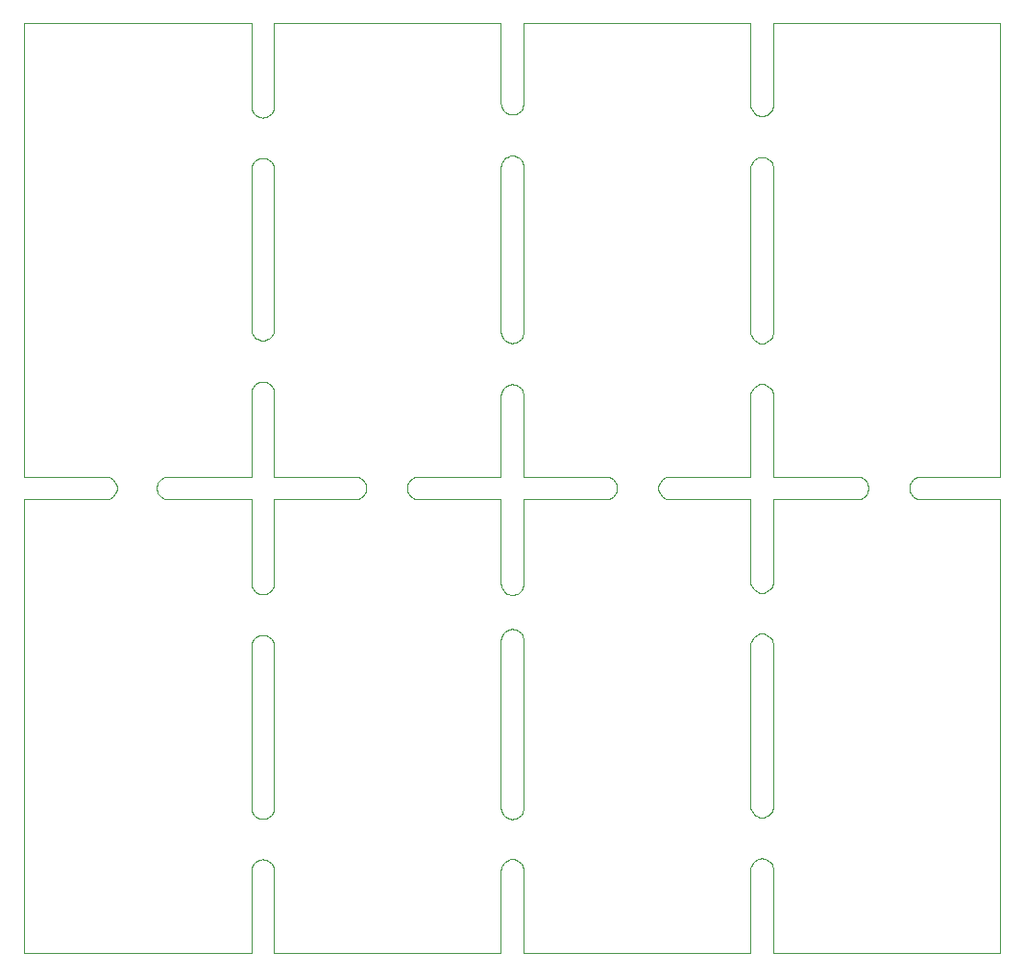
<source format=gko>
%MOIN*%
%OFA0B0*%
%FSLAX44Y44*%
%IPPOS*%
%LPD*%
%ADD10C,0*%
D10*
X00025984Y00015748D02*
X00025984Y00015748D01*
X00025984Y00012914D01*
X00025984Y00012896D01*
X00025979Y00012835D01*
X00025964Y00012775D01*
X00025941Y00012717D01*
X00025909Y00012665D01*
X00025868Y00012618D01*
X00025821Y00012578D01*
X00025769Y00012545D01*
X00025712Y00012522D01*
X00025652Y00012507D01*
X00025590Y00012503D01*
X00025528Y00012507D01*
X00025468Y00012522D01*
X00025411Y00012545D01*
X00025359Y00012578D01*
X00025312Y00012618D01*
X00025272Y00012665D01*
X00025239Y00012717D01*
X00025216Y00012775D01*
X00025201Y00012835D01*
X00025196Y00012896D01*
X00025196Y00015748D01*
X00022400Y00015748D01*
X00022389Y00015748D01*
X00022328Y00015752D01*
X00022268Y00015767D01*
X00022211Y00015790D01*
X00022158Y00015823D01*
X00022111Y00015863D01*
X00022071Y00015910D01*
X00022039Y00015962D01*
X00022015Y00016020D01*
X00022001Y00016080D01*
X00021996Y00016141D01*
X00022001Y00016203D01*
X00022015Y00016263D01*
X00022039Y00016320D01*
X00022071Y00016373D01*
X00022111Y00016420D01*
X00022158Y00016460D01*
X00022211Y00016492D01*
X00022268Y00016516D01*
X00022328Y00016530D01*
X00022389Y00016535D01*
X00025196Y00016535D01*
X00025196Y00019356D01*
X00025201Y00019417D01*
X00025216Y00019478D01*
X00025239Y00019535D01*
X00025272Y00019587D01*
X00025312Y00019634D01*
X00025359Y00019674D01*
X00025411Y00019707D01*
X00025468Y00019730D01*
X00025528Y00019745D01*
X00025590Y00019750D01*
X00025652Y00019745D01*
X00025712Y00019730D01*
X00025769Y00019707D01*
X00025821Y00019674D01*
X00025868Y00019634D01*
X00025909Y00019587D01*
X00025941Y00019535D01*
X00025964Y00019478D01*
X00025979Y00019417D01*
X00025984Y00019356D01*
X00025984Y00019338D01*
X00025984Y00016535D01*
X00028871Y00016535D01*
X00028893Y00016535D01*
X00028954Y00016530D01*
X00029014Y00016516D01*
X00029072Y00016492D01*
X00029124Y00016460D01*
X00029171Y00016420D01*
X00029211Y00016373D01*
X00029244Y00016320D01*
X00029267Y00016263D01*
X00029282Y00016203D01*
X00029286Y00016141D01*
X00029282Y00016080D01*
X00029267Y00016020D01*
X00029244Y00015962D01*
X00029211Y00015910D01*
X00029171Y00015863D01*
X00029124Y00015823D01*
X00029072Y00015790D01*
X00029014Y00015767D01*
X00028954Y00015752D01*
X00028893Y00015748D01*
X00025984Y00015748D01*
X00017322Y00015748D02*
X00017322Y00015748D01*
X00017322Y00012824D01*
X00017317Y00012763D01*
X00017303Y00012703D01*
X00017279Y00012646D01*
X00017247Y00012593D01*
X00017207Y00012546D01*
X00017160Y00012506D01*
X00017107Y00012474D01*
X00017050Y00012450D01*
X00016990Y00012436D01*
X00016929Y00012431D01*
X00016867Y00012436D01*
X00016807Y00012450D01*
X00016750Y00012474D01*
X00016697Y00012506D01*
X00016650Y00012546D01*
X00016610Y00012593D01*
X00016578Y00012646D01*
X00016554Y00012703D01*
X00016540Y00012763D01*
X00016535Y00012824D01*
X00016535Y00013011D01*
X00016535Y00015748D01*
X00013670Y00015748D01*
X00013608Y00015752D01*
X00013548Y00015767D01*
X00013491Y00015790D01*
X00013438Y00015823D01*
X00013391Y00015863D01*
X00013351Y00015910D01*
X00013319Y00015962D01*
X00013295Y00016020D01*
X00013281Y00016080D01*
X00013276Y00016141D01*
X00013281Y00016203D01*
X00013295Y00016263D01*
X00013319Y00016320D01*
X00013351Y00016373D01*
X00013391Y00016420D01*
X00013438Y00016460D01*
X00013491Y00016492D01*
X00013548Y00016516D01*
X00013608Y00016530D01*
X00013670Y00016535D01*
X00013691Y00016535D01*
X00016535Y00016535D01*
X00016535Y00019353D01*
X00016540Y00019415D01*
X00016554Y00019475D01*
X00016578Y00019532D01*
X00016610Y00019585D01*
X00016650Y00019632D01*
X00016697Y00019672D01*
X00016750Y00019704D01*
X00016807Y00019728D01*
X00016867Y00019742D01*
X00016929Y00019747D01*
X00016990Y00019742D01*
X00017050Y00019728D01*
X00017107Y00019704D01*
X00017160Y00019672D01*
X00017207Y00019632D01*
X00017247Y00019585D01*
X00017279Y00019532D01*
X00017303Y00019475D01*
X00017317Y00019415D01*
X00017322Y00019353D01*
X00017322Y00019340D01*
X00017322Y00016535D01*
X00020173Y00016535D01*
X00020235Y00016530D01*
X00020295Y00016516D01*
X00020352Y00016492D01*
X00020405Y00016460D01*
X00020452Y00016420D01*
X00020492Y00016373D01*
X00020524Y00016320D01*
X00020548Y00016263D01*
X00020562Y00016203D01*
X00020567Y00016141D01*
X00020562Y00016080D01*
X00020548Y00016020D01*
X00020524Y00015962D01*
X00020492Y00015910D01*
X00020452Y00015863D01*
X00020405Y00015823D01*
X00020352Y00015790D01*
X00020295Y00015767D01*
X00020235Y00015752D01*
X00020173Y00015748D01*
X00020162Y00015748D01*
X00017322Y00015748D01*
X00007874Y00021661D02*
X00007874Y00021661D01*
X00007874Y00027216D01*
X00007878Y00027277D01*
X00007893Y00027337D01*
X00007916Y00027394D01*
X00007949Y00027447D01*
X00007989Y00027494D01*
X00008036Y00027534D01*
X00008088Y00027566D01*
X00008146Y00027590D01*
X00008206Y00027604D01*
X00008267Y00027609D01*
X00008329Y00027604D01*
X00008389Y00027590D01*
X00008446Y00027566D01*
X00008499Y00027534D01*
X00008546Y00027494D01*
X00008586Y00027447D01*
X00008618Y00027394D01*
X00008642Y00027337D01*
X00008656Y00027277D01*
X00008661Y00027216D01*
X00008661Y00027175D01*
X00008661Y00021669D01*
X00008661Y00021661D01*
X00008656Y00021599D01*
X00008642Y00021539D01*
X00008618Y00021482D01*
X00008586Y00021429D01*
X00008546Y00021382D01*
X00008499Y00021342D01*
X00008446Y00021310D01*
X00008389Y00021286D01*
X00008329Y00021272D01*
X00008267Y00021267D01*
X00008206Y00021272D01*
X00008146Y00021286D01*
X00008088Y00021310D01*
X00008036Y00021342D01*
X00007989Y00021382D01*
X00007949Y00021429D01*
X00007916Y00021482D01*
X00007893Y00021539D01*
X00007878Y00021599D01*
X00007874Y00021661D01*
X00007874Y00012871D02*
X00007874Y00012871D01*
X00007874Y00015748D01*
X00004983Y00015748D01*
X00004921Y00015752D01*
X00004861Y00015767D01*
X00004804Y00015790D01*
X00004752Y00015823D01*
X00004705Y00015863D01*
X00004664Y00015910D01*
X00004632Y00015962D01*
X00004609Y00016020D01*
X00004594Y00016080D01*
X00004589Y00016141D01*
X00004594Y00016203D01*
X00004609Y00016263D01*
X00004632Y00016320D01*
X00004664Y00016373D01*
X00004705Y00016420D01*
X00004752Y00016460D01*
X00004804Y00016492D01*
X00004861Y00016516D01*
X00004921Y00016530D01*
X00004983Y00016535D01*
X00005037Y00016535D01*
X00007874Y00016535D01*
X00007874Y00019442D01*
X00007878Y00019504D01*
X00007893Y00019564D01*
X00007916Y00019621D01*
X00007949Y00019673D01*
X00007989Y00019720D01*
X00008036Y00019761D01*
X00008088Y00019793D01*
X00008146Y00019816D01*
X00008206Y00019831D01*
X00008267Y00019836D01*
X00008329Y00019831D01*
X00008389Y00019816D01*
X00008446Y00019793D01*
X00008499Y00019761D01*
X00008546Y00019720D01*
X00008586Y00019673D01*
X00008618Y00019621D01*
X00008642Y00019564D01*
X00008656Y00019504D01*
X00008661Y00019442D01*
X00008661Y00019434D01*
X00008661Y00016535D01*
X00011444Y00016535D01*
X00011465Y00016535D01*
X00011527Y00016530D01*
X00011587Y00016516D01*
X00011644Y00016492D01*
X00011697Y00016460D01*
X00011744Y00016420D01*
X00011784Y00016373D01*
X00011816Y00016320D01*
X00011840Y00016263D01*
X00011854Y00016203D01*
X00011859Y00016141D01*
X00011854Y00016080D01*
X00011840Y00016020D01*
X00011816Y00015962D01*
X00011784Y00015910D01*
X00011744Y00015863D01*
X00011697Y00015823D01*
X00011644Y00015790D01*
X00011587Y00015767D01*
X00011527Y00015752D01*
X00011465Y00015748D01*
X00008661Y00015748D01*
X00008661Y00012847D01*
X00008656Y00012786D01*
X00008642Y00012726D01*
X00008618Y00012669D01*
X00008586Y00012616D01*
X00008546Y00012569D01*
X00008499Y00012529D01*
X00008446Y00012497D01*
X00008389Y00012473D01*
X00008329Y00012458D01*
X00008267Y00012454D01*
X00008206Y00012458D01*
X00008146Y00012473D01*
X00008088Y00012497D01*
X00008036Y00012529D01*
X00007989Y00012569D01*
X00007949Y00012616D01*
X00007916Y00012669D01*
X00007893Y00012726D01*
X00007878Y00012786D01*
X00007874Y00012847D01*
X00007874Y00012871D01*
X00000000Y00015748D02*
X00000000Y00015748D01*
X00000000Y00000000D01*
X00007874Y00000000D01*
X00007874Y00002853D01*
X00007878Y00002915D01*
X00007893Y00002975D01*
X00007916Y00003032D01*
X00007949Y00003085D01*
X00007989Y00003132D01*
X00008036Y00003172D01*
X00008088Y00003204D01*
X00008146Y00003228D01*
X00008206Y00003242D01*
X00008267Y00003247D01*
X00008329Y00003242D01*
X00008389Y00003228D01*
X00008446Y00003204D01*
X00008499Y00003172D01*
X00008546Y00003132D01*
X00008586Y00003085D01*
X00008618Y00003032D01*
X00008642Y00002975D01*
X00008656Y00002915D01*
X00008661Y00002853D01*
X00008661Y00002813D01*
X00008661Y00000000D01*
X00016535Y00000000D01*
X00016535Y00002856D01*
X00016540Y00002918D01*
X00016554Y00002978D01*
X00016578Y00003035D01*
X00016610Y00003088D01*
X00016650Y00003135D01*
X00016697Y00003175D01*
X00016750Y00003207D01*
X00016807Y00003231D01*
X00016867Y00003245D01*
X00016929Y00003250D01*
X00016990Y00003245D01*
X00017050Y00003231D01*
X00017107Y00003207D01*
X00017160Y00003175D01*
X00017207Y00003135D01*
X00017247Y00003088D01*
X00017279Y00003035D01*
X00017303Y00002978D01*
X00017317Y00002918D01*
X00017322Y00002856D01*
X00017322Y00002811D01*
X00017322Y00000000D01*
X00025196Y00000000D01*
X00025196Y00002886D01*
X00025201Y00002948D01*
X00025216Y00003008D01*
X00025239Y00003065D01*
X00025272Y00003118D01*
X00025312Y00003165D01*
X00025359Y00003205D01*
X00025411Y00003237D01*
X00025468Y00003261D01*
X00025528Y00003275D01*
X00025590Y00003280D01*
X00025652Y00003275D01*
X00025712Y00003261D01*
X00025769Y00003237D01*
X00025821Y00003205D01*
X00025868Y00003165D01*
X00025909Y00003118D01*
X00025941Y00003065D01*
X00025964Y00003008D01*
X00025979Y00002948D01*
X00025984Y00002886D01*
X00025984Y00002868D01*
X00025984Y00000000D01*
X00033858Y00000000D01*
X00033858Y00015748D01*
X00031097Y00015748D01*
X00031036Y00015752D01*
X00030976Y00015767D01*
X00030919Y00015790D01*
X00030866Y00015823D01*
X00030819Y00015863D01*
X00030779Y00015910D01*
X00030747Y00015962D01*
X00030723Y00016020D01*
X00030709Y00016080D01*
X00030704Y00016141D01*
X00030709Y00016203D01*
X00030723Y00016263D01*
X00030747Y00016320D01*
X00030779Y00016373D01*
X00030819Y00016420D01*
X00030866Y00016460D01*
X00030919Y00016492D01*
X00030976Y00016516D01*
X00031036Y00016530D01*
X00031097Y00016535D01*
X00031119Y00016535D01*
X00033858Y00016535D01*
X00033858Y00032283D01*
X00025984Y00032283D01*
X00025984Y00029475D01*
X00025984Y00029457D01*
X00025979Y00029395D01*
X00025964Y00029335D01*
X00025941Y00029278D01*
X00025909Y00029226D01*
X00025868Y00029179D01*
X00025821Y00029138D01*
X00025769Y00029106D01*
X00025712Y00029083D01*
X00025652Y00029068D01*
X00025590Y00029063D01*
X00025528Y00029068D01*
X00025468Y00029083D01*
X00025411Y00029106D01*
X00025359Y00029138D01*
X00025312Y00029179D01*
X00025272Y00029226D01*
X00025239Y00029278D01*
X00025216Y00029335D01*
X00025201Y00029395D01*
X00025196Y00029457D01*
X00025196Y00032283D01*
X00017322Y00032283D01*
X00017322Y00029518D01*
X00017322Y00029505D01*
X00017317Y00029444D01*
X00017303Y00029383D01*
X00017279Y00029326D01*
X00017247Y00029274D01*
X00017207Y00029227D01*
X00017160Y00029187D01*
X00017107Y00029154D01*
X00017050Y00029131D01*
X00016990Y00029116D01*
X00016929Y00029111D01*
X00016867Y00029116D01*
X00016807Y00029131D01*
X00016750Y00029154D01*
X00016697Y00029187D01*
X00016650Y00029227D01*
X00016610Y00029274D01*
X00016578Y00029326D01*
X00016554Y00029383D01*
X00016540Y00029444D01*
X00016535Y00029505D01*
X00016535Y00032283D01*
X00008661Y00032283D01*
X00008661Y00029439D01*
X00008661Y00029399D01*
X00008656Y00029337D01*
X00008642Y00029277D01*
X00008618Y00029220D01*
X00008586Y00029167D01*
X00008546Y00029120D01*
X00008499Y00029080D01*
X00008446Y00029048D01*
X00008389Y00029024D01*
X00008329Y00029010D01*
X00008267Y00029005D01*
X00008206Y00029010D01*
X00008146Y00029024D01*
X00008088Y00029048D01*
X00008036Y00029080D01*
X00007989Y00029120D01*
X00007949Y00029167D01*
X00007916Y00029220D01*
X00007893Y00029277D01*
X00007878Y00029337D01*
X00007874Y00029399D01*
X00007874Y00032283D01*
X00000000Y00032283D01*
X00000000Y00016535D01*
X00002762Y00016535D01*
X00002816Y00016535D01*
X00002877Y00016530D01*
X00002937Y00016516D01*
X00002994Y00016492D01*
X00003047Y00016460D01*
X00003094Y00016420D01*
X00003134Y00016373D01*
X00003166Y00016320D01*
X00003190Y00016263D01*
X00003205Y00016203D01*
X00003209Y00016141D01*
X00003205Y00016080D01*
X00003190Y00016020D01*
X00003166Y00015962D01*
X00003134Y00015910D01*
X00003094Y00015863D01*
X00003047Y00015823D01*
X00002994Y00015790D01*
X00002937Y00015767D01*
X00002877Y00015752D01*
X00002816Y00015748D01*
X00000000Y00015748D01*
X00017322Y00021580D02*
X00017322Y00021580D01*
X00017322Y00021567D01*
X00017317Y00021505D01*
X00017303Y00021445D01*
X00017279Y00021388D01*
X00017247Y00021336D01*
X00017207Y00021289D01*
X00017160Y00021248D01*
X00017107Y00021216D01*
X00017050Y00021192D01*
X00016990Y00021178D01*
X00016929Y00021173D01*
X00016867Y00021178D01*
X00016807Y00021192D01*
X00016750Y00021216D01*
X00016697Y00021248D01*
X00016650Y00021289D01*
X00016610Y00021336D01*
X00016578Y00021388D01*
X00016554Y00021445D01*
X00016540Y00021505D01*
X00016535Y00021567D01*
X00016535Y00027292D01*
X00016540Y00027353D01*
X00016554Y00027413D01*
X00016578Y00027470D01*
X00016610Y00027523D01*
X00016650Y00027570D01*
X00016697Y00027610D01*
X00016750Y00027642D01*
X00016807Y00027666D01*
X00016867Y00027680D01*
X00016929Y00027685D01*
X00016990Y00027680D01*
X00017050Y00027666D01*
X00017107Y00027642D01*
X00017160Y00027610D01*
X00017207Y00027570D01*
X00017247Y00027523D01*
X00017279Y00027470D01*
X00017303Y00027413D01*
X00017317Y00027353D01*
X00017322Y00027292D01*
X00017322Y00027278D01*
X00017322Y00021580D01*
X00025984Y00021582D02*
X00025984Y00021582D01*
X00025984Y00021564D01*
X00025979Y00021503D01*
X00025964Y00021443D01*
X00025941Y00021386D01*
X00025909Y00021333D01*
X00025868Y00021286D01*
X00025821Y00021246D01*
X00025769Y00021214D01*
X00025712Y00021190D01*
X00025652Y00021176D01*
X00025590Y00021171D01*
X00025528Y00021176D01*
X00025468Y00021190D01*
X00025411Y00021214D01*
X00025359Y00021246D01*
X00025312Y00021286D01*
X00025272Y00021333D01*
X00025239Y00021386D01*
X00025216Y00021443D01*
X00025201Y00021503D01*
X00025196Y00021564D01*
X00025196Y00027248D01*
X00025201Y00027310D01*
X00025216Y00027370D01*
X00025239Y00027427D01*
X00025272Y00027480D01*
X00025312Y00027527D01*
X00025359Y00027567D01*
X00025411Y00027599D01*
X00025468Y00027623D01*
X00025528Y00027637D01*
X00025590Y00027642D01*
X00025652Y00027637D01*
X00025712Y00027623D01*
X00025769Y00027599D01*
X00025821Y00027567D01*
X00025868Y00027527D01*
X00025909Y00027480D01*
X00025941Y00027427D01*
X00025964Y00027370D01*
X00025979Y00027310D01*
X00025984Y00027248D01*
X00025984Y00027231D01*
X00025984Y00021582D01*
X00025984Y00005113D02*
X00025984Y00005113D01*
X00025984Y00005095D01*
X00025979Y00005033D01*
X00025964Y00004973D01*
X00025941Y00004916D01*
X00025909Y00004863D01*
X00025868Y00004816D01*
X00025821Y00004776D01*
X00025769Y00004744D01*
X00025712Y00004720D01*
X00025652Y00004706D01*
X00025590Y00004701D01*
X00025528Y00004706D01*
X00025468Y00004720D01*
X00025411Y00004744D01*
X00025359Y00004776D01*
X00025312Y00004816D01*
X00025272Y00004863D01*
X00025239Y00004916D01*
X00025216Y00004973D01*
X00025201Y00005033D01*
X00025196Y00005095D01*
X00025196Y00010688D01*
X00025201Y00010749D01*
X00025216Y00010809D01*
X00025239Y00010866D01*
X00025272Y00010919D01*
X00025312Y00010966D01*
X00025359Y00011006D01*
X00025411Y00011038D01*
X00025468Y00011062D01*
X00025528Y00011077D01*
X00025590Y00011081D01*
X00025652Y00011077D01*
X00025712Y00011062D01*
X00025769Y00011038D01*
X00025821Y00011006D01*
X00025868Y00010966D01*
X00025909Y00010919D01*
X00025941Y00010866D01*
X00025964Y00010809D01*
X00025979Y00010749D01*
X00025984Y00010688D01*
X00025984Y00010670D01*
X00025984Y00005113D01*
X00017322Y00005079D02*
X00017322Y00005079D01*
X00017322Y00005034D01*
X00017317Y00004972D01*
X00017303Y00004912D01*
X00017279Y00004855D01*
X00017247Y00004802D01*
X00017207Y00004755D01*
X00017160Y00004715D01*
X00017107Y00004683D01*
X00017050Y00004659D01*
X00016990Y00004645D01*
X00016929Y00004640D01*
X00016867Y00004645D01*
X00016807Y00004659D01*
X00016750Y00004683D01*
X00016697Y00004715D01*
X00016650Y00004755D01*
X00016610Y00004802D01*
X00016578Y00004855D01*
X00016554Y00004912D01*
X00016540Y00004972D01*
X00016535Y00005034D01*
X00016535Y00010665D01*
X00016535Y00010851D01*
X00016540Y00010912D01*
X00016554Y00010972D01*
X00016578Y00011029D01*
X00016610Y00011082D01*
X00016650Y00011129D01*
X00016697Y00011169D01*
X00016750Y00011201D01*
X00016807Y00011225D01*
X00016867Y00011239D01*
X00016929Y00011244D01*
X00016990Y00011239D01*
X00017050Y00011225D01*
X00017107Y00011201D01*
X00017160Y00011169D01*
X00017207Y00011129D01*
X00017247Y00011082D01*
X00017279Y00011029D01*
X00017303Y00010972D01*
X00017317Y00010912D01*
X00017322Y00010851D01*
X00017322Y00005079D01*
X00008661Y00005077D02*
X00008661Y00005077D01*
X00008661Y00005037D01*
X00008656Y00004975D01*
X00008642Y00004915D01*
X00008618Y00004858D01*
X00008586Y00004805D01*
X00008546Y00004758D01*
X00008499Y00004718D01*
X00008446Y00004686D01*
X00008389Y00004662D01*
X00008329Y00004648D01*
X00008267Y00004643D01*
X00008206Y00004648D01*
X00008146Y00004662D01*
X00008088Y00004686D01*
X00008036Y00004718D01*
X00007989Y00004758D01*
X00007949Y00004805D01*
X00007916Y00004858D01*
X00007893Y00004915D01*
X00007878Y00004975D01*
X00007874Y00005037D01*
X00007874Y00010621D01*
X00007874Y00010645D01*
X00007878Y00010707D01*
X00007893Y00010767D01*
X00007916Y00010824D01*
X00007949Y00010877D01*
X00007989Y00010924D01*
X00008036Y00010964D01*
X00008088Y00010996D01*
X00008146Y00011020D01*
X00008206Y00011034D01*
X00008267Y00011039D01*
X00008329Y00011034D01*
X00008389Y00011020D01*
X00008446Y00010996D01*
X00008499Y00010964D01*
X00008546Y00010924D01*
X00008586Y00010877D01*
X00008618Y00010824D01*
X00008642Y00010767D01*
X00008656Y00010707D01*
X00008661Y00010645D01*
X00008661Y00005077D01*
M02*
</source>
